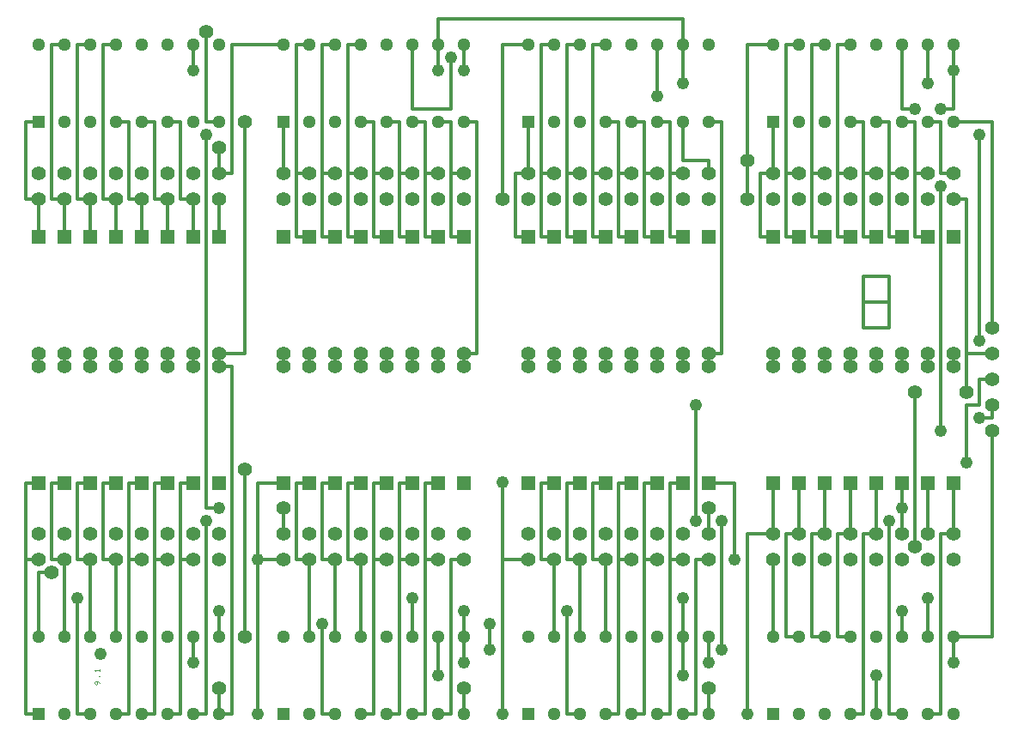
<source format=gbr>
%FSLAX35Y35*%
%MOIN*%
G04 EasyPC Gerber Version 18.0.9 Build 3640 *
%ADD16R,0.05100X0.05100*%
%ADD19R,0.05500X0.05500*%
%ADD15C,0.00100*%
%ADD70C,0.01181*%
%ADD12C,0.04800*%
%ADD17C,0.05100*%
%ADD18C,0.05500*%
%ADD71C,0.05600*%
X0Y0D02*
D02*
D12*
X30319Y61147D03*
X39370Y39370D03*
X75319Y36147D03*
Y266147D03*
X80319Y91147D03*
Y241147D03*
X85319Y56147D03*
Y96147D03*
X100319Y16147D03*
Y76147D03*
X125319Y51147D03*
X160319Y61147D03*
X170319Y31147D03*
Y266147D03*
X175319Y271147D03*
X180319Y36147D03*
Y56147D03*
Y266147D03*
X190319Y41147D03*
Y51147D03*
X195319Y16147D03*
Y106147D03*
X220319Y56147D03*
X255319Y256147D03*
X265319Y31147D03*
Y61147D03*
Y261147D03*
X270319Y91147D03*
Y136147D03*
X275319Y36147D03*
X280319Y41147D03*
Y91147D03*
X285319Y76147D03*
X290319Y16147D03*
X340319Y31147D03*
X345319Y91147D03*
X350319Y56147D03*
Y96147D03*
X355319Y251147D03*
X360319Y61147D03*
Y261147D03*
X365319Y126147D03*
Y221147D03*
Y251147D03*
X370319Y36147D03*
Y266147D03*
X375319Y113647D03*
X380319Y131147D03*
Y161147D03*
Y241147D03*
D02*
D15*
X38902Y28028D02*
X38745Y28340D01*
X38433Y28653*
X37964Y28809*
X37495*
X37183Y28653*
X37027Y28340*
Y28028*
X37183Y27715*
X37495Y27559*
X37808Y27715*
X37964Y28028*
Y28340*
X37808Y28653*
X37495Y28809*
X38902Y30684D02*
X38745Y30840D01*
X38589*
X38902Y32872D02*
Y33496D01*
Y33184D02*
X37027D01*
X37339Y32872*
D02*
D16*
X15319Y16147D03*
Y246147D03*
X110319Y16147D03*
Y246147D03*
X205319Y16147D03*
Y246147D03*
X300319Y16147D03*
Y246147D03*
D02*
D17*
X15319Y46147D03*
Y276147D03*
X25319Y16147D03*
Y46147D03*
Y246147D03*
Y276147D03*
X35319Y16147D03*
Y46147D03*
Y246147D03*
Y276147D03*
X45319Y16147D03*
Y46147D03*
Y246147D03*
Y276147D03*
X55319Y16147D03*
Y46147D03*
Y246147D03*
Y276147D03*
X65319Y16147D03*
Y46147D03*
Y246147D03*
Y276147D03*
X75319Y16147D03*
Y46147D03*
Y246147D03*
Y276147D03*
X85319Y16147D03*
Y46147D03*
Y246147D03*
Y276147D03*
X110319Y46147D03*
Y276147D03*
X120319Y16147D03*
Y46147D03*
Y246147D03*
Y276147D03*
X130319Y16147D03*
Y46147D03*
Y246147D03*
Y276147D03*
X140319Y16147D03*
Y46147D03*
Y246147D03*
Y276147D03*
X150319Y16147D03*
Y46147D03*
Y246147D03*
Y276147D03*
X160319Y16147D03*
Y46147D03*
Y246147D03*
Y276147D03*
X170319Y16147D03*
Y46147D03*
Y246147D03*
Y276147D03*
X180319Y16147D03*
Y46147D03*
Y246147D03*
Y276147D03*
X205319Y46147D03*
Y276147D03*
X215319Y16147D03*
Y46147D03*
Y246147D03*
Y276147D03*
X225319Y16147D03*
Y46147D03*
Y246147D03*
Y276147D03*
X235319Y16147D03*
Y46147D03*
Y246147D03*
Y276147D03*
X245319Y16147D03*
Y46147D03*
Y246147D03*
Y276147D03*
X255319Y16147D03*
Y46147D03*
Y246147D03*
Y276147D03*
X265319Y16147D03*
Y46147D03*
Y246147D03*
Y276147D03*
X275319Y16147D03*
Y46147D03*
Y246147D03*
Y276147D03*
X300319Y46147D03*
Y276147D03*
X310319Y16147D03*
Y46147D03*
Y246147D03*
Y276147D03*
X320319Y16147D03*
Y46147D03*
Y246147D03*
Y276147D03*
X330319Y16147D03*
Y46147D03*
Y246147D03*
Y276147D03*
X340319Y16147D03*
Y46147D03*
Y246147D03*
Y276147D03*
X350319Y16147D03*
Y46147D03*
Y246147D03*
Y276147D03*
X360319Y16147D03*
Y46147D03*
Y246147D03*
Y276147D03*
X370319Y16147D03*
Y46147D03*
Y246147D03*
Y276147D03*
D02*
D18*
X15319Y76147D03*
Y86147D03*
Y151147D03*
Y156147D03*
Y216147D03*
Y226147D03*
X25319Y76147D03*
Y86147D03*
Y151147D03*
Y156147D03*
Y216147D03*
Y226147D03*
X35319Y76147D03*
Y86147D03*
Y151147D03*
Y156147D03*
Y216147D03*
Y226147D03*
X45319Y76147D03*
Y86147D03*
Y151147D03*
Y156147D03*
Y216147D03*
Y226147D03*
X55319Y76147D03*
Y86147D03*
Y151147D03*
Y156147D03*
Y216147D03*
Y226147D03*
X65319Y76147D03*
Y86147D03*
Y151147D03*
Y156147D03*
Y216147D03*
Y226147D03*
X75319Y76147D03*
Y86147D03*
Y151147D03*
Y156147D03*
Y216147D03*
Y226147D03*
X85319Y76147D03*
Y86147D03*
Y151147D03*
Y156147D03*
Y216147D03*
Y226147D03*
X110319Y76147D03*
Y86147D03*
Y151147D03*
Y156147D03*
Y216147D03*
Y226147D03*
X120319Y76147D03*
Y86147D03*
Y151147D03*
Y156147D03*
Y216147D03*
Y226147D03*
X130319Y76147D03*
Y86147D03*
Y151147D03*
Y156147D03*
Y216147D03*
Y226147D03*
X140319Y76147D03*
Y86147D03*
Y151147D03*
Y156147D03*
Y216147D03*
Y226147D03*
X150319Y76147D03*
Y86147D03*
Y151147D03*
Y156147D03*
Y216147D03*
Y226147D03*
X160319Y76147D03*
Y86147D03*
Y151147D03*
Y156147D03*
Y216147D03*
Y226147D03*
X170319Y76147D03*
Y86147D03*
Y151147D03*
Y156147D03*
Y216147D03*
Y226147D03*
X180319Y76147D03*
Y86147D03*
Y151147D03*
Y156147D03*
Y216147D03*
Y226147D03*
X205319Y76147D03*
Y86147D03*
Y151147D03*
Y156147D03*
Y216147D03*
Y226147D03*
X215319Y76147D03*
Y86147D03*
Y151147D03*
Y156147D03*
Y216147D03*
Y226147D03*
X225319Y76147D03*
Y86147D03*
Y151147D03*
Y156147D03*
Y216147D03*
Y226147D03*
X235319Y76147D03*
Y86147D03*
Y151147D03*
Y156147D03*
Y216147D03*
Y226147D03*
X245319Y76147D03*
Y86147D03*
Y151147D03*
Y156147D03*
Y216147D03*
Y226147D03*
X255319Y76147D03*
Y86147D03*
Y151147D03*
Y156147D03*
Y216147D03*
Y226147D03*
X265319Y76147D03*
Y86147D03*
Y151147D03*
Y156147D03*
Y216147D03*
Y226147D03*
X275319Y76147D03*
Y86147D03*
Y151147D03*
Y156147D03*
Y216147D03*
Y226147D03*
X300319Y76147D03*
Y86147D03*
Y151147D03*
Y156147D03*
Y216147D03*
Y226147D03*
X310319Y76147D03*
Y86147D03*
Y151147D03*
Y156147D03*
Y216147D03*
Y226147D03*
X320319Y76147D03*
Y86147D03*
Y151147D03*
Y156147D03*
Y216147D03*
Y226147D03*
X330319Y76147D03*
Y86147D03*
Y151147D03*
Y156147D03*
Y216147D03*
Y226147D03*
X340319Y76147D03*
Y86147D03*
Y151147D03*
Y156147D03*
Y216147D03*
Y226147D03*
X350319Y76147D03*
Y86147D03*
Y151147D03*
Y156147D03*
Y216147D03*
Y226147D03*
X360319Y76147D03*
Y86147D03*
Y151147D03*
Y156147D03*
Y216147D03*
Y226147D03*
X370319Y76147D03*
Y86147D03*
Y151147D03*
Y156147D03*
Y216147D03*
Y226147D03*
X385319Y126147D03*
Y136147D03*
Y146147D03*
Y156147D03*
Y166147D03*
D02*
D19*
X15319Y105787D03*
Y201507D03*
X25319Y105787D03*
Y201507D03*
X35319Y105787D03*
Y201507D03*
X45319Y105787D03*
Y201507D03*
X55319Y105787D03*
Y201507D03*
X65319Y105787D03*
Y201507D03*
X75319Y105787D03*
Y201507D03*
X85319Y105787D03*
Y201507D03*
X110319Y105787D03*
Y201507D03*
X120319Y105787D03*
Y201507D03*
X130319Y105787D03*
Y201507D03*
X140319Y105787D03*
Y201507D03*
X150319Y105787D03*
Y201507D03*
X160319Y105787D03*
Y201507D03*
X170319Y105787D03*
Y201507D03*
X180319Y105787D03*
Y201507D03*
X205319Y105787D03*
Y201507D03*
X215319Y105787D03*
Y201507D03*
X225319Y105787D03*
Y201507D03*
X235319Y105787D03*
Y201507D03*
X245319Y105787D03*
Y201507D03*
X255319Y105787D03*
Y201507D03*
X265319Y105787D03*
Y201507D03*
X275319Y105787D03*
Y201507D03*
X300319Y105787D03*
Y201507D03*
X310319Y105787D03*
Y201507D03*
X320319Y105787D03*
Y201507D03*
X330319Y105787D03*
Y201507D03*
X340319Y105787D03*
Y201507D03*
X350319Y105787D03*
Y201507D03*
X360319Y105787D03*
Y201507D03*
X370319Y105787D03*
Y201507D03*
D02*
D70*
X10319Y76147D02*
X15319D01*
X10319D02*
Y105787D01*
X15319*
X10319Y76147D02*
Y16147D01*
X15319*
Y216147D02*
X10319D01*
Y246147*
X15319*
Y216147D02*
Y201507D01*
X20319Y71147D02*
X15319D01*
Y46147*
X25319Y76147D02*
Y46147D01*
Y76147D02*
X20319D01*
Y105787*
X25319*
Y216147D02*
X20319D01*
Y276147*
X25319*
Y216147D02*
Y201507D01*
X30319Y61147D02*
Y16147D01*
X35319*
Y76147D02*
Y46147D01*
Y76147D02*
X30319D01*
Y105787*
X35319*
Y216147D02*
X30319D01*
Y276147*
X35319*
Y216147D02*
Y201507D01*
X45319Y76147D02*
Y46147D01*
Y76147D02*
X40319D01*
Y105787*
X45319*
Y216147D02*
X40319D01*
Y276147*
X45319*
Y216147D02*
Y201507D01*
X50319Y76147D02*
X55319D01*
X50319D02*
Y105787D01*
X55319*
X50319Y76147D02*
Y16147D01*
X45319*
X55319Y216147D02*
X50319D01*
Y246147*
X45319*
X55319Y216147D02*
Y201507D01*
X60319Y76147D02*
X65319D01*
X60319D02*
Y105787D01*
X65319*
X60319Y76147D02*
Y16147D01*
X55319*
X65319Y216147D02*
X60319D01*
Y246147*
X55319*
X65319Y216147D02*
Y201507D01*
X70319Y76147D02*
X75319D01*
X70319D02*
Y105787D01*
X75319*
X70319Y76147D02*
Y16147D01*
X65319*
X75319Y36147D02*
Y46147D01*
Y216147D02*
X70319D01*
Y246147*
X65319*
X75319Y216147D02*
Y201507D01*
Y266147D02*
Y276147D01*
X80319Y91147D02*
Y16147D01*
X75319*
X80319Y241147D02*
Y96147D01*
X85319*
X80319Y281147D02*
Y246147D01*
X85319*
Y16147D02*
X90319D01*
Y151147*
X85319*
Y26147D02*
Y16147D01*
Y56147D02*
Y46147D01*
Y201507D02*
Y216147D01*
Y226147D02*
X90319D01*
Y276147*
X110319*
X85319Y236147D02*
Y226147D01*
X95319Y46147D02*
Y111147D01*
Y246147D02*
Y156147D01*
X85319*
X100319Y16147D02*
Y76147D01*
X110319*
X100319D02*
Y105787D01*
X110319*
Y96147D02*
Y86147D01*
Y246147D02*
Y226147D01*
X115319D02*
X120319D01*
X115319D02*
Y276147D01*
X120319*
X115319Y226147D02*
Y201507D01*
X120319*
Y76147D02*
Y46147D01*
Y76147D02*
X115319D01*
Y105787*
X120319*
X125319Y51147D02*
Y16147D01*
X130319*
X125319Y226147D02*
X130319D01*
X125319D02*
Y276147D01*
X130319*
X125319Y226147D02*
Y201507D01*
X130319*
Y76147D02*
Y46147D01*
Y76147D02*
X125319D01*
Y105787*
X130319*
X135319Y226147D02*
X140319D01*
X135319D02*
Y276147D01*
X140319*
X135319Y226147D02*
Y201507D01*
X140319*
Y76147D02*
Y46147D01*
Y76147D02*
X135319D01*
Y105787*
X140319*
X145319Y76147D02*
X150319D01*
X145319D02*
Y105787D01*
X150319*
X145319Y76147D02*
Y16147D01*
X140319*
X145319Y226147D02*
X150319D01*
X145319D02*
Y246147D01*
X140319*
X145319Y226147D02*
Y201507D01*
X150319*
X155319Y76147D02*
X160319D01*
X155319D02*
Y105787D01*
X160319*
X155319Y76147D02*
Y16147D01*
X150319*
X155319Y226147D02*
X160319D01*
X155319D02*
Y246147D01*
X150319*
X155319Y226147D02*
Y201507D01*
X160319*
Y61147D02*
Y46147D01*
X165319Y76147D02*
X170319D01*
X165319D02*
Y105787D01*
X170319*
X165319Y76147D02*
Y16147D01*
X160319*
X165319Y226147D02*
X170319D01*
X165319D02*
Y246147D01*
X160319*
X165319Y226147D02*
Y201507D01*
X170319*
Y16147D02*
X175319D01*
Y76147*
X180319*
X170319Y31147D02*
Y46147D01*
Y266147D02*
Y276147D01*
X175319Y226147D02*
X180319D01*
X175319D02*
Y201507D01*
X180319*
X175319Y226147D02*
Y246147D01*
X170319*
X175319Y271147D02*
Y251147D01*
X160319*
Y276147*
X180319Y26147D02*
Y16147D01*
Y36147D02*
Y46147D01*
Y56147D02*
Y46147D01*
Y246147D02*
X185319D01*
Y156147*
X180319*
Y266147D02*
Y276147D01*
X190319Y51147D02*
Y41147D01*
X195319Y76147D02*
X205319D01*
X195319D02*
Y16147D01*
Y76147D02*
Y106147D01*
Y216147D02*
Y276147D01*
X205319*
Y226147D02*
X200319D01*
Y201507*
X205319*
Y226147D02*
Y246147D01*
X210319Y226147D02*
X215319D01*
X210319D02*
Y276147D01*
X215319*
X210319Y226147D02*
Y201507D01*
X215319*
Y76147D02*
Y46147D01*
Y76147D02*
X210319D01*
Y105787*
X215319*
X220319Y56147D02*
Y16147D01*
X225319*
X220319Y226147D02*
X225319D01*
X220319D02*
Y276147D01*
X225319*
X220319Y226147D02*
Y201507D01*
X225319*
Y76147D02*
Y46147D01*
Y76147D02*
X220319D01*
Y105787*
X225319*
X230319Y226147D02*
X235319D01*
X230319D02*
Y276147D01*
X235319*
X230319Y226147D02*
Y201507D01*
X235319*
Y76147D02*
Y46147D01*
Y76147D02*
X230319D01*
Y105787*
X235319*
X240319Y76147D02*
X245319D01*
X240319D02*
Y105787D01*
X245319*
X240319Y76147D02*
Y16147D01*
X235319*
X240319Y226147D02*
X245319D01*
X240319D02*
Y246147D01*
X235319*
X240319Y226147D02*
Y201507D01*
X245319*
X250319Y76147D02*
X255319D01*
X250319D02*
Y105787D01*
X255319*
X250319Y76147D02*
Y16147D01*
X245319*
X250319Y226147D02*
X255319D01*
X250319D02*
Y246147D01*
X245319*
X250319Y226147D02*
Y201507D01*
X255319*
Y256147D02*
Y276147D01*
X260319Y76147D02*
X265319D01*
X260319D02*
Y105787D01*
X265319*
X260319Y76147D02*
Y16147D01*
X255319*
X260319Y226147D02*
X265319D01*
X260319D02*
Y246147D01*
X255319*
X260319Y226147D02*
Y201507D01*
X265319*
Y16147D02*
X270319D01*
Y76147*
X275319*
X265319Y31147D02*
Y46147D01*
Y61147D02*
Y46147D01*
Y261147D02*
Y276147D01*
Y286147*
X170319*
Y276147*
X270319Y91147D02*
Y136147D01*
X275319Y26147D02*
Y16147D01*
Y36147D02*
Y46147D01*
Y96147D02*
Y86147D01*
Y226147D02*
Y231147D01*
X265319*
Y246147*
X275319D02*
X280319D01*
Y156147*
X275319*
X280319Y41147D02*
Y91147D01*
X285319Y76147D02*
Y105787D01*
X275319*
X290319Y16147D02*
Y86147D01*
X300319*
X290319Y231147D02*
Y216147D01*
Y231147D02*
Y276147D01*
X300319*
Y46147D02*
Y76147D01*
Y86147D02*
Y105787D01*
Y226147D02*
X295319D01*
Y201507*
X300319*
Y226147D02*
Y246147D01*
X305319Y226147D02*
X310319D01*
X305319D02*
Y276147D01*
X310319*
X305319Y226147D02*
Y201507D01*
X310319*
Y86147D02*
X305319D01*
Y46147*
X310319*
Y86147D02*
Y105787D01*
X315319Y226147D02*
X320319D01*
X315319D02*
Y276147D01*
X320319*
X315319Y226147D02*
Y201507D01*
X320319*
Y86147D02*
X315319D01*
Y46147*
X320319*
Y86147D02*
Y105787D01*
X325319Y226147D02*
X330319D01*
X325319D02*
Y276147D01*
X330319*
X325319Y226147D02*
Y201507D01*
X330319*
Y86147D02*
X325319D01*
Y46147*
X330319*
Y86147D02*
Y105787D01*
X335319Y186147D02*
Y166147D01*
X345319*
Y176147*
X335319*
Y186147*
X345319*
Y176147*
X335319Y226147D02*
X340319D01*
X335319D02*
Y246147D01*
X330319*
X335319Y226147D02*
Y201507D01*
X340319*
Y31147D02*
Y16147D01*
Y86147D02*
Y105787D01*
Y86147D02*
X335319D01*
Y16147*
X330319*
X345319Y91147D02*
Y16147D01*
X350319*
X345319Y226147D02*
X350319D01*
X345319D02*
Y246147D01*
X340319*
X345319Y226147D02*
Y201507D01*
X350319*
Y56147D02*
Y46147D01*
Y96147D02*
Y86147D01*
Y96147D02*
Y105787D01*
X355319Y81147D02*
Y141147D01*
Y226147D02*
X360319D01*
X355319D02*
Y246147D01*
X350319*
X355319Y226147D02*
Y201507D01*
X360319*
X355319Y251147D02*
X350319D01*
Y276147*
X360319Y61147D02*
Y46147D01*
Y105787D02*
Y86147D01*
Y246147D02*
X365319D01*
Y226147*
X370319*
X360319Y261147D02*
Y276147D01*
X365319Y221147D02*
Y126147D01*
Y251147D02*
X370319D01*
Y266147*
Y36147D02*
Y46147D01*
X385319*
Y126147*
X370319Y86147D02*
Y105787D01*
Y86147D02*
X365319D01*
Y16147*
X360319*
X370319Y246147D02*
X385319D01*
Y166147*
X370319Y266147D02*
Y276147D01*
X375319Y113647D02*
Y136147D01*
X380319*
Y146147*
X385319*
X375319Y156147D02*
X385319D01*
X375319D02*
Y216147D01*
X370319*
X375319Y156147D02*
Y141147D01*
X380319Y131147D02*
X385319D01*
Y136147*
X380319Y161147D02*
Y241147D01*
D02*
D71*
X20319Y71147D03*
X80319Y281147D03*
X85319Y26147D03*
Y236147D03*
X95319Y46147D03*
Y111147D03*
Y246147D03*
X110319Y96147D03*
X180319Y26147D03*
X195319Y216147D03*
X275319Y26147D03*
Y96147D03*
X290319Y216147D03*
Y231147D03*
X355319Y81147D03*
Y141147D03*
X375319D03*
X0Y0D02*
M02*

</source>
